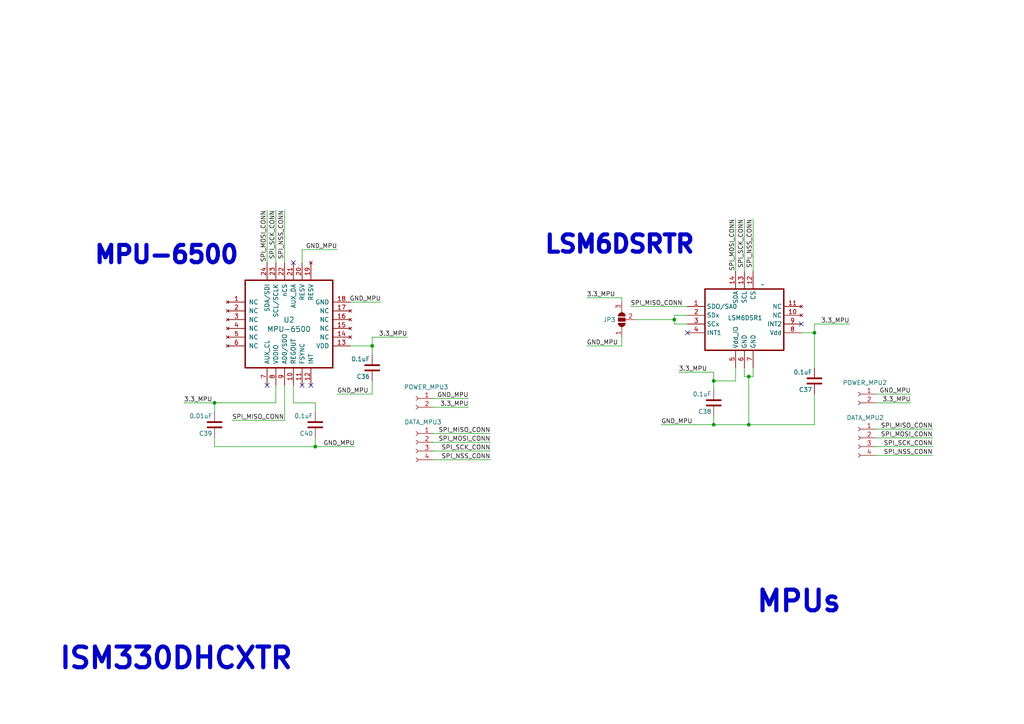
<source format=kicad_sch>
(kicad_sch (version 20231120) (generator "eeschema") (generator_version "8.0")
  (paper "A4")
  (lib_symbols
    (symbol "Connector:Conn_01x02_Socket" (pin_names (offset 1.016) hide)
      (property "Reference" "J" (at 0 2.54 0))
      (property "Value" "Conn_01x02_Socket" (at 0 -5.08 0))
      (symbol "Conn_01x02_Socket_1_1"
        (arc (start 0 -2.032) (mid -0.5058 -2.54) (end 0 -3.048) (stroke (width 0.1524)))
        (polyline (pts (xy -1.27 -2.54) (xy -0.508 -2.54)) (stroke (width 0.1524)))
        (polyline (pts (xy -1.27 0) (xy -0.508 0)) (stroke (width 0.1524)))
        (arc (start 0 0.508) (mid -0.5058 0) (end 0 -0.508) (stroke (width 0.1524)))
        (pin passive line (at -5.08 0 0) (length 3.81) (name "Pin_1") (number "1"))
        (pin passive line (at -5.08 -2.54 0) (length 3.81) (name "Pin_2") (number "2"))
      )
    )
    (symbol "Connector:Conn_01x04_Socket" (pin_names (offset 1.016) hide)
      (property "Reference" "J" (at 0 5.08 0))
      (property "Value" "Conn_01x04_Socket" (at 0 -7.62 0))
      (symbol "Conn_01x04_Socket_1_1"
        (arc (start 0 -4.572) (mid -0.5058 -5.08) (end 0 -5.588) (stroke (width 0.1524)))
        (arc (start 0 -2.032) (mid -0.5058 -2.54) (end 0 -3.048) (stroke (width 0.1524)))
        (polyline (pts (xy -1.27 -5.08) (xy -0.508 -5.08)) (stroke (width 0.1524)))
        (polyline (pts (xy -1.27 -2.54) (xy -0.508 -2.54)) (stroke (width 0.1524)))
        (polyline (pts (xy -1.27 0) (xy -0.508 0)) (stroke (width 0.1524)))
        (polyline (pts (xy -1.27 2.54) (xy -0.508 2.54)) (stroke (width 0.1524)))
        (arc (start 0 0.508) (mid -0.5058 0) (end 0 -0.508) (stroke (width 0.1524)))
        (arc (start 0 3.048) (mid -0.5058 2.54) (end 0 2.032) (stroke (width 0.1524)))
        (pin passive line (at -5.08 2.54 0) (length 3.81) (name "Pin_1") (number "1"))
        (pin passive line (at -5.08 0 0) (length 3.81) (name "Pin_2") (number "2"))
        (pin passive line (at -5.08 -2.54 0) (length 3.81) (name "Pin_3") (number "3"))
        (pin passive line (at -5.08 -5.08 0) (length 3.81) (name "Pin_4") (number "4"))
      )
    )
    (symbol "Device:C" (pin_numbers hide) (pin_names (offset 0.254))
      (property "Reference" "C" (at 0.635 2.54 0))
      (property "Value" "C" (at 0.635 -2.54 0))
      (symbol "C_0_1"
        (polyline (pts (xy -2.032 -0.762) (xy 2.032 -0.762)) (stroke (width 0.508)))
        (polyline (pts (xy -2.032 0.762) (xy 2.032 0.762)) (stroke (width 0.508)))
      )
      (symbol "C_1_1"
        (pin passive line (at 0 3.81 270) (length 2.794) (name "~") (number "1"))
        (pin passive line (at 0 -3.81 90) (length 2.794) (name "~") (number "2"))
      )
    )
    (symbol "Jumper:SolderJumper_3_Open" (pin_names (offset 0) hide) (exclude_from_sim yes) (in_bom no)
      (property "Reference" "JP" (at -2.54 -2.54 0))
      (property "Value" "SolderJumper_3_Open" (at 0 2.794 0))
      (symbol "SolderJumper_3_Open_0_1"
        (arc (start -1.016 1.016) (mid -2.0276 0) (end -1.016 -1.016))
        (arc (start -1.016 1.016) (mid -2.0276 0) (end -1.016 -1.016) (fill (type outline)))
        (rectangle (start -0.508 1.016) (end 0.508 -1.016) (fill (type outline)))
        (polyline (pts (xy -2.54 0) (xy -2.032 0)))
        (polyline (pts (xy -1.016 1.016) (xy -1.016 -1.016)))
        (polyline (pts (xy 0 -1.27) (xy 0 -1.016)))
        (polyline (pts (xy 1.016 1.016) (xy 1.016 -1.016)))
        (polyline (pts (xy 2.54 0) (xy 2.032 0)))
        (arc (start 1.016 -1.016) (mid 2.0276 0) (end 1.016 1.016))
        (arc (start 1.016 -1.016) (mid 2.0276 0) (end 1.016 1.016) (fill (type outline)))
      )
      (symbol "SolderJumper_3_Open_1_1"
        (pin passive line (at -5.08 0 0) (length 2.54) (name "A") (number "1"))
        (pin passive line (at 0 -3.81 90) (length 2.54) (name "C") (number "2"))
        (pin passive line (at 5.08 0 180) (length 2.54) (name "B") (number "3"))
      )
    )
    (symbol "PCB_ZoroBot_v3-rescue:MPU-6500-MPU-6500" (pin_names (offset 1.016))
      (property "Reference" "U" (at 20.32 36.83 0))
      (property "Value" "MPU-6500_MPU-6500" (at 20.32 34.29 0))
      (symbol "MPU-6500-MPU-6500_0_1"
        (rectangle (start -12.7 31.75) (end 12.7 6.35) (stroke (width 0.4064)))
      )
      (symbol "MPU-6500-MPU-6500_1_1"
        (pin no_connect line (at -17.78 25.4 0) (length 5.08) (name "NC") (number "1"))
        (pin bidirectional line (at 1.27 1.27 90) (length 5.08) (name "REGOUT") (number "10"))
        (pin bidirectional line (at 3.81 1.27 90) (length 5.08) (name "FSYNC") (number "11"))
        (pin bidirectional line (at 6.35 1.27 90) (length 5.08) (name "INT") (number "12"))
        (pin power_in line (at 17.78 12.7 180) (length 5.08) (name "VDD") (number "13"))
        (pin no_connect line (at 17.78 15.24 180) (length 5.08) (name "NC") (number "14"))
        (pin no_connect line (at 17.78 17.78 180) (length 5.08) (name "NC") (number "15"))
        (pin no_connect line (at 17.78 20.32 180) (length 5.08) (name "NC") (number "16"))
        (pin no_connect line (at 17.78 22.86 180) (length 5.08) (name "NC") (number "17"))
        (pin power_in line (at 17.78 25.4 180) (length 5.08) (name "GND") (number "18"))
        (pin no_connect line (at 6.35 36.83 270) (length 5.08) (name "RESV") (number "19"))
        (pin no_connect line (at -17.78 22.86 0) (length 5.08) (name "NC") (number "2"))
        (pin bidirectional line (at 3.81 36.83 270) (length 5.08) (name "RESV") (number "20"))
        (pin bidirectional line (at 1.27 36.83 270) (length 5.08) (name "AUX_DA") (number "21"))
        (pin bidirectional line (at -1.27 36.83 270) (length 5.08) (name "nCS") (number "22"))
        (pin bidirectional line (at -3.81 36.83 270) (length 5.08) (name "SCL/SCLK") (number "23"))
        (pin bidirectional line (at -6.35 36.83 270) (length 5.08) (name "SDA/SDI") (number "24"))
        (pin no_connect line (at -17.78 20.32 0) (length 5.08) (name "NC") (number "3"))
        (pin no_connect line (at -17.78 17.78 0) (length 5.08) (name "NC") (number "4"))
        (pin no_connect line (at -17.78 15.24 0) (length 5.08) (name "NC") (number "5"))
        (pin no_connect line (at -17.78 12.7 0) (length 5.08) (name "NC") (number "6"))
        (pin bidirectional line (at -6.35 1.27 90) (length 5.08) (name "AUX_CL") (number "7"))
        (pin power_in line (at -3.81 1.27 90) (length 5.08) (name "VDDIO") (number "8"))
        (pin bidirectional line (at -1.27 1.27 90) (length 5.08) (name "AD0/SDO") (number "9"))
      )
    )
    (symbol "custom_symbols:LSM6DSR"
      (property "Reference" "LSM6DSR1" (at 4.7341 12.7 0))
      (property "Value" "~" (at 4.7341 10.16 0))
      (symbol "LSM6DSR_0_1"
        (rectangle (start -11.43 8.89) (end 11.43 -8.89) (stroke (width 0.4064)))
      )
      (symbol "LSM6DSR_1_1"
        (pin bidirectional line (at -16.51 3.81 0) (length 5.08) (name "SDO/SA0") (number "1"))
        (pin no_connect line (at 16.51 1.27 180) (length 5.08) (name "NC") (number "10"))
        (pin no_connect line (at 16.51 3.81 180) (length 5.08) (name "NC") (number "11"))
        (pin input line (at 2.54 13.97 270) (length 5.08) (name "CS") (number "12"))
        (pin input line (at 0 13.97 270) (length 5.08) (name "SCL") (number "13"))
        (pin bidirectional line (at -2.54 13.97 270) (length 5.08) (name "SDA") (number "14"))
        (pin bidirectional line (at -16.51 1.27 0) (length 5.08) (name "SDx") (number "2"))
        (pin bidirectional line (at -16.51 -1.27 0) (length 5.08) (name "SCx") (number "3"))
        (pin output line (at -16.51 -3.81 0) (length 5.08) (name "INT1") (number "4"))
        (pin power_in line (at -2.54 -13.97 90) (length 5.08) (name "Vdd_IO") (number "5"))
        (pin power_out line (at 0 -13.97 90) (length 5.08) (name "GND") (number "6"))
        (pin power_out line (at 2.54 -13.97 90) (length 5.08) (name "GND") (number "7"))
        (pin power_in line (at 16.51 -3.81 180) (length 5.08) (name "Vdd") (number "8"))
        (pin output line (at 16.51 -1.27 180) (length 5.08) (name "INT2") (number "9"))
      )
    )
  )
  (junction (at 217.17 123.19))
  (junction (at 62.23 116.84))
  (junction (at 195.58 92.71))
  (junction (at 236.22 96.52))
  (junction (at 91.44 129.54))
  (junction (at 207.01 110.49))
  (junction (at 217.17 109.22))
  (junction (at 107.95 100.33))
  (junction (at 207.01 123.19))
  (no_connect (at 87.63 111.76))
  (no_connect (at 85.09 76.2))
  (no_connect (at 77.47 111.76))
  (no_connect (at 90.17 111.76))
  (no_connect (at 199.39 96.52))
  (no_connect (at 232.41 93.98))
  (wire (pts (xy 270.51 127) (xy 254 127)))
  (wire (pts (xy 215.9 78.74) (xy 215.9 63.5)))
  (wire (pts (xy 207.01 123.19) (xy 217.17 123.19)))
  (wire (pts (xy 142.24 130.81) (xy 125.73 130.81)))
  (wire (pts (xy 107.95 97.79) (xy 118.11 97.79)))
  (wire (pts (xy 170.18 100.33) (xy 180.34 100.33)))
  (wire (pts (xy 207.01 110.49) (xy 207.01 107.95)))
  (wire (pts (xy 180.34 100.33) (xy 180.34 97.79)))
  (wire (pts (xy 217.17 109.22) (xy 217.17 123.19)))
  (wire (pts (xy 236.22 96.52) (xy 236.22 93.98)))
  (wire (pts (xy 254 114.3) (xy 264.16 114.3)))
  (wire (pts (xy 195.58 92.71) (xy 195.58 93.98)))
  (wire (pts (xy 107.95 97.79) (xy 107.95 100.33)))
  (wire (pts (xy 195.58 91.44) (xy 195.58 92.71)))
  (wire (pts (xy 62.23 129.54) (xy 91.44 129.54)))
  (wire (pts (xy 236.22 96.52) (xy 236.22 106.68)))
  (wire (pts (xy 87.63 72.39) (xy 87.63 76.2)))
  (wire (pts (xy 80.01 111.76) (xy 80.01 116.84)))
  (wire (pts (xy 236.22 123.19) (xy 217.17 123.19)))
  (wire (pts (xy 67.31 121.92) (xy 82.55 121.92)))
  (wire (pts (xy 107.95 100.33) (xy 107.95 102.87)))
  (wire (pts (xy 213.36 106.68) (xy 213.36 110.49)))
  (wire (pts (xy 97.79 72.39) (xy 87.63 72.39)))
  (wire (pts (xy 101.6 87.63) (xy 110.49 87.63)))
  (wire (pts (xy 62.23 116.84) (xy 53.34 116.84)))
  (wire (pts (xy 62.23 116.84) (xy 80.01 116.84)))
  (wire (pts (xy 236.22 114.3) (xy 236.22 123.19)))
  (wire (pts (xy 215.9 106.68) (xy 215.9 109.22)))
  (wire (pts (xy 232.41 96.52) (xy 236.22 96.52)))
  (wire (pts (xy 199.39 91.44) (xy 195.58 91.44)))
  (wire (pts (xy 91.44 116.84) (xy 91.44 119.38)))
  (wire (pts (xy 107.95 110.49) (xy 107.95 114.3)))
  (wire (pts (xy 125.73 118.11) (xy 135.89 118.11)))
  (wire (pts (xy 91.44 127) (xy 91.44 129.54)))
  (wire (pts (xy 207.01 107.95) (xy 196.85 107.95)))
  (wire (pts (xy 80.01 76.2) (xy 80.01 60.96)))
  (wire (pts (xy 101.6 100.33) (xy 107.95 100.33)))
  (wire (pts (xy 91.44 129.54) (xy 102.87 129.54)))
  (wire (pts (xy 180.34 86.36) (xy 180.34 87.63)))
  (wire (pts (xy 97.79 114.3) (xy 107.95 114.3)))
  (wire (pts (xy 207.01 110.49) (xy 213.36 110.49)))
  (wire (pts (xy 77.47 76.2) (xy 77.47 60.96)))
  (wire (pts (xy 184.15 92.71) (xy 195.58 92.71)))
  (wire (pts (xy 217.17 109.22) (xy 218.44 109.22)))
  (wire (pts (xy 207.01 120.65) (xy 207.01 123.19)))
  (wire (pts (xy 182.88 88.9) (xy 199.39 88.9)))
  (wire (pts (xy 142.24 128.27) (xy 125.73 128.27)))
  (wire (pts (xy 207.01 113.03) (xy 207.01 110.49)))
  (wire (pts (xy 218.44 106.68) (xy 218.44 109.22)))
  (wire (pts (xy 213.36 78.74) (xy 213.36 63.5)))
  (wire (pts (xy 180.34 86.36) (xy 170.18 86.36)))
  (wire (pts (xy 142.24 125.73) (xy 125.73 125.73)))
  (wire (pts (xy 82.55 76.2) (xy 82.55 60.96)))
  (wire (pts (xy 62.23 116.84) (xy 62.23 119.38)))
  (wire (pts (xy 82.55 121.92) (xy 82.55 111.76)))
  (wire (pts (xy 254 116.84) (xy 264.16 116.84)))
  (wire (pts (xy 85.09 111.76) (xy 85.09 116.84)))
  (wire (pts (xy 195.58 93.98) (xy 199.39 93.98)))
  (wire (pts (xy 236.22 93.98) (xy 246.38 93.98)))
  (wire (pts (xy 191.77 123.19) (xy 207.01 123.19)))
  (wire (pts (xy 270.51 129.54) (xy 254 129.54)))
  (wire (pts (xy 270.51 132.08) (xy 254 132.08)))
  (wire (pts (xy 270.51 124.46) (xy 254 124.46)))
  (wire (pts (xy 62.23 127) (xy 62.23 129.54)))
  (wire (pts (xy 85.09 116.84) (xy 91.44 116.84)))
  (wire (pts (xy 215.9 109.22) (xy 217.17 109.22)))
  (wire (pts (xy 218.44 78.74) (xy 218.44 63.5)))
  (wire (pts (xy 125.73 115.57) (xy 135.89 115.57)))
  (wire (pts (xy 142.24 133.35) (xy 125.73 133.35)))
  (text "MPU-6500" (at 26.924 76.962 0) (effects (font (size 5 5) (thickness 1.1989) (bold yes)) (justify left bottom)))
  (text "MPUs" (at 218.948 178.054 0) (effects (font (size 5.9944 5.9944) (thickness 1.1989) (bold yes)) (justify left bottom)))
  (text "ISM330DHCXTR" (at 16.764 194.564 0) (effects (font (size 5.9944 5.9944) (thickness 1.1989) (bold yes)) (justify left bottom)))
  (text "LSM6DSRTR" (at 157.48 73.914 0) (effects (font (size 5 5) (thickness 1.1989) (bold yes)) (justify left bottom)))
  (label "GND_MPU" (at 97.79 72.39 180))
  (label "SPI_MISO_CONN" (at 270.51 124.46 180))
  (label "SPI_NSS_CONN" (at 270.51 132.08 180))
  (label "3.3_MPU" (at 53.34 116.84 0))
  (label "SPI_MISO_CONN" (at 182.88 88.9 0))
  (label "SPI_SCK_CONN" (at 215.9 63.5 270))
  (label "SPI_NSS_CONN" (at 82.55 60.96 270))
  (label "SPI_NSS_CONN" (at 218.44 63.5 270))
  (label "SPI_NSS_CONN" (at 142.24 133.35 180))
  (label "GND_MPU" (at 97.79 114.3 0))
  (label "SPI_SCK_CONN" (at 80.01 60.96 270))
  (label "SPI_MOSI_CONN" (at 270.51 127 180))
  (label "SPI_MOSI_CONN" (at 213.36 63.5 270))
  (label "3.3_MPU" (at 196.85 107.95 0))
  (label "3.3_MPU" (at 264.16 116.84 180))
  (label "GND_MPU" (at 135.89 115.57 180))
  (label "GND_MPU" (at 102.87 129.54 180))
  (label "SPI_SCK_CONN" (at 270.51 129.54 180))
  (label "SPI_MISO_CONN" (at 67.31 121.92 0))
  (label "3.3_MPU" (at 170.18 86.36 0))
  (label "SPI_MOSI_CONN" (at 142.24 128.27 180))
  (label "3.3_MPU" (at 135.89 118.11 180))
  (label "3.3_MPU" (at 118.11 97.79 180))
  (label "GND_MPU" (at 191.77 123.19 0))
  (label "3.3_MPU" (at 246.38 93.98 180))
  (label "GND_MPU" (at 264.16 114.3 180))
  (label "SPI_MISO_CONN" (at 142.24 125.73 180))
  (label "GND_MPU" (at 110.49 87.63 180))
  (label "GND_MPU" (at 170.18 100.33 0))
  (label "SPI_MOSI_CONN" (at 77.47 60.96 270))
  (label "SPI_SCK_CONN" (at 142.24 130.81 180))
  (symbol (lib_id "custom_symbols:LSM6DSR") (at 215.9 92.71 0) (unit 1)
    (property "Reference" "LSM6DSR1" (at 211.074 92.202 0) (effects (justify left)))
    (property "Value" "~" (at 220.6341 82.55 0) (effects (justify left)))
    (property "Footprint" "Sensor_Motion:Analog_LGA-16_3.25x3mm_P0.5mm_LayoutBorder3x5y" (effects (hide yes)))
  )
  (symbol (lib_id "Device:C") (at 236.22 110.49 180) (unit 1)
    (property "Reference" "C37" (at 235.585 113.03 0) (effects (justify left)))
    (property "Value" "0.1uF" (at 235.585 107.95 0) (effects (justify left)))
    (property "Footprint" "Capacitor_SMD:C_0402_1005Metric_Pad0.74x0.62mm_HandSolder" (effects (hide yes)))
  )
  (symbol (lib_id "Connector:Conn_01x02_Socket") (at 120.65 115.57 0) (mirror y) (unit 1)
    (property "Reference" "POWER_MPU3" (at 130.048 112.268 0) (effects (justify left)))
    (property "Value" "Conn_01x02_Socket" (effects (hide yes)))
    (property "Footprint" "custom_footprints:1x05 Pad" (effects (hide yes)))
    (property "Description" "Generic connector, single row, 01x02, script generated" (effects (hide yes)))
  )
  (symbol (lib_id "Connector:Conn_01x04_Socket") (at 248.92 127 0) (mirror y) (unit 1)
    (property "Reference" "DATA_MPU2" (at 250.952 121.158 0))
    (property "Value" "Conn_01x04_Socket" (effects (hide yes)))
    (property "Footprint" "custom_footprints:1x05 Pad" (effects (hide yes)))
    (property "Description" "Generic connector, single row, 01x04, script generated" (effects (hide yes)))
  )
  (symbol (lib_id "Device:C") (at 107.95 106.68 180) (unit 1)
    (property "Reference" "C36" (at 107.315 109.22 0) (effects (justify left)))
    (property "Value" "0.1uF" (at 107.315 104.14 0) (effects (justify left)))
    (property "Footprint" "Capacitor_SMD:C_0402_1005Metric_Pad0.74x0.62mm_HandSolder" (effects (hide yes)))
  )
  (symbol (lib_id "Device:C") (at 62.23 123.19 180) (unit 1)
    (property "Reference" "C39" (at 61.595 125.73 0) (effects (justify left)))
    (property "Value" "0.01uF" (at 61.595 120.65 0) (effects (justify left)))
    (property "Footprint" "Capacitor_SMD:C_0402_1005Metric_Pad0.74x0.62mm_HandSolder" (effects (hide yes)))
  )
  (symbol (lib_id "Connector:Conn_01x04_Socket") (at 120.65 128.27 0) (mirror y) (unit 1)
    (property "Reference" "DATA_MPU3" (at 122.682 122.428 0))
    (property "Value" "Conn_01x04_Socket" (effects (hide yes)))
    (property "Footprint" "custom_footprints:1x05 Pad" (effects (hide yes)))
    (property "Description" "Generic connector, single row, 01x04, script generated" (effects (hide yes)))
  )
  (symbol (lib_id "PCB_ZoroBot_v3-rescue:MPU-6500-MPU-6500") (at 83.82 113.03 0) (unit 1)
    (property "Reference" "U2" (at 83.82 92.7862 0) (effects (font (size 1.524 1.524))))
    (property "Value" "MPU-6500" (at 83.82 95.4786 0) (effects (font (size 1.524 1.524))))
    (property "Footprint" "Sensor_Motion:InvenSense_QFN-24_3x3mm_P0.4mm" (effects (hide yes)))
  )
  (symbol (lib_id "Device:C") (at 91.44 123.19 180) (unit 1)
    (property "Reference" "C40" (at 90.805 125.73 0) (effects (justify left)))
    (property "Value" "0.1uF" (at 90.805 120.65 0) (effects (justify left)))
    (property "Footprint" "Capacitor_SMD:C_0402_1005Metric_Pad0.74x0.62mm_HandSolder" (effects (hide yes)))
  )
  (symbol (lib_id "Device:C") (at 207.01 116.84 180) (unit 1)
    (property "Reference" "C38" (at 206.375 119.38 0) (effects (justify left)))
    (property "Value" "0.1uF" (at 206.375 114.3 0) (effects (justify left)))
    (property "Footprint" "Capacitor_SMD:C_0402_1005Metric_Pad0.74x0.62mm_HandSolder" (effects (hide yes)))
  )
  (symbol (lib_id "Jumper:SolderJumper_3_Open") (at 180.34 92.71 90) (unit 1) (exclude_from_sim yes) (in_bom no)
    (property "Reference" "JP3" (at 178.562 92.71 90) (effects (justify left)))
    (property "Value" "SolderJumper_3_Open" (effects (hide yes)))
    (property "Footprint" "Jumper:SolderJumper-3_P1.3mm_Open_RoundedPad1.0x1.5mm" (effects (hide yes)))
    (property "Description" "Solder Jumper, 3-pole, open" (effects (hide yes)))
  )
  (symbol (lib_id "Connector:Conn_01x02_Socket") (at 248.92 114.3 0) (mirror y) (unit 1)
    (property "Reference" "POWER_MPU2" (at 257.302 110.998 0) (effects (justify left)))
    (property "Value" "Conn_01x02_Socket" (effects (hide yes)))
    (property "Footprint" "custom_footprints:1x05 Pad" (effects (hide yes)))
    (property "Description" "Generic connector, single row, 01x02, script generated" (effects (hide yes)))
  )
)
</source>
